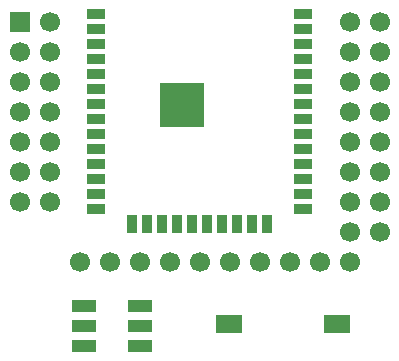
<source format=gbr>
%TF.GenerationSoftware,KiCad,Pcbnew,8.0.4*%
%TF.CreationDate,2024-07-25T09:16:02-04:00*%
%TF.ProjectId,ESP32-WROOM-Socket-Legacy-v2,45535033-322d-4575-924f-4f4d2d536f63,rev?*%
%TF.SameCoordinates,Original*%
%TF.FileFunction,Soldermask,Top*%
%TF.FilePolarity,Negative*%
%FSLAX46Y46*%
G04 Gerber Fmt 4.6, Leading zero omitted, Abs format (unit mm)*
G04 Created by KiCad (PCBNEW 8.0.4) date 2024-07-25 09:16:02*
%MOMM*%
%LPD*%
G01*
G04 APERTURE LIST*
%ADD10R,2.000000X1.100000*%
%ADD11R,2.180000X1.600000*%
%ADD12R,1.700000X1.700000*%
%ADD13R,1.500000X0.900000*%
%ADD14C,1.700000*%
%ADD15R,0.900000X1.500000*%
%ADD16R,3.800000X3.800000*%
G04 APERTURE END LIST*
D10*
%TO.C,D1*%
X150140000Y-105375000D03*
X150140000Y-107075000D03*
X150140000Y-108775000D03*
X154940000Y-108775000D03*
X154940000Y-107075000D03*
X154940000Y-105375000D03*
%TD*%
D11*
%TO.C,SW1*%
X171600000Y-106900000D03*
X162420000Y-106900000D03*
%TD*%
D12*
%TO.C,U1*%
X144720000Y-81320000D03*
D13*
X151210000Y-80690000D03*
D14*
X147260000Y-81320000D03*
D13*
X151210000Y-81960000D03*
D14*
X144720000Y-83860000D03*
D13*
X151210000Y-83230000D03*
D14*
X147260000Y-83860000D03*
D13*
X151210000Y-84500000D03*
D14*
X144720000Y-86400000D03*
D13*
X151210000Y-85770000D03*
D14*
X147260000Y-86400000D03*
D13*
X151210000Y-87040000D03*
D14*
X144720000Y-88940000D03*
D13*
X151210000Y-88310000D03*
D14*
X147260000Y-88940000D03*
D13*
X151210000Y-89580000D03*
D14*
X144720000Y-91480000D03*
D13*
X151210000Y-90850000D03*
D14*
X147260000Y-91480000D03*
D13*
X151210000Y-92120000D03*
D14*
X144720000Y-94020000D03*
D13*
X151210000Y-93390000D03*
D14*
X147260000Y-94020000D03*
D13*
X151210000Y-94660000D03*
D14*
X144720000Y-96560000D03*
D13*
X151210000Y-95930000D03*
D14*
X147260000Y-96560000D03*
D13*
X151210000Y-97200000D03*
D14*
X149800000Y-101640000D03*
D15*
X154250000Y-98450000D03*
D14*
X152340000Y-101640000D03*
D15*
X155520000Y-98450000D03*
D14*
X154880000Y-101640000D03*
D15*
X156790000Y-98450000D03*
D14*
X157420000Y-101640000D03*
D15*
X158060000Y-98450000D03*
X159330000Y-98450000D03*
D14*
X159960000Y-101640000D03*
D15*
X160600000Y-98450000D03*
D14*
X162500000Y-101640000D03*
D15*
X161870000Y-98450000D03*
D14*
X165040000Y-101640000D03*
D15*
X163140000Y-98450000D03*
D14*
X167580000Y-101640000D03*
D15*
X164410000Y-98450000D03*
D14*
X170120000Y-101640000D03*
D15*
X165680000Y-98450000D03*
D14*
X172660000Y-101640000D03*
D13*
X168710000Y-97200000D03*
D14*
X172660000Y-99100000D03*
X175200000Y-96560000D03*
D13*
X168710000Y-95930000D03*
D14*
X172660000Y-96560000D03*
D13*
X168710000Y-94660000D03*
D14*
X175200000Y-94020000D03*
D13*
X168710000Y-93390000D03*
D14*
X172660000Y-94020000D03*
D13*
X168710000Y-92120000D03*
D14*
X175200000Y-91480000D03*
D13*
X168710000Y-90850000D03*
D14*
X172660000Y-91480000D03*
D13*
X168710000Y-89580000D03*
D14*
X175200000Y-88940000D03*
D13*
X168710000Y-88310000D03*
D14*
X172660000Y-88940000D03*
D13*
X168710000Y-87040000D03*
D14*
X175200000Y-86400000D03*
D13*
X168710000Y-85770000D03*
D14*
X172660000Y-86400000D03*
D13*
X168710000Y-84500000D03*
D14*
X175200000Y-83860000D03*
D13*
X168710000Y-83230000D03*
D14*
X172660000Y-83860000D03*
D13*
X168710000Y-81960000D03*
D14*
X175200000Y-81320000D03*
D13*
X168710000Y-80690000D03*
D14*
X172660000Y-81320000D03*
X175200000Y-99100000D03*
D16*
X158460000Y-88410000D03*
%TD*%
M02*

</source>
